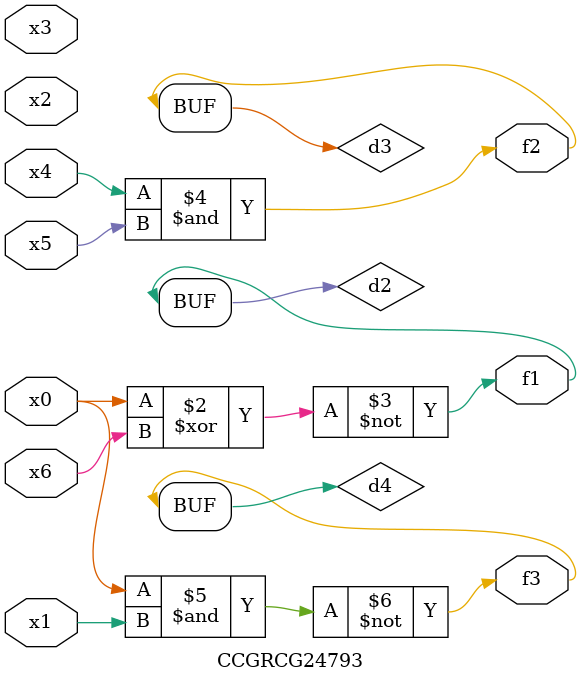
<source format=v>
module CCGRCG24793(
	input x0, x1, x2, x3, x4, x5, x6,
	output f1, f2, f3
);

	wire d1, d2, d3, d4;

	nor (d1, x0);
	xnor (d2, x0, x6);
	and (d3, x4, x5);
	nand (d4, x0, x1);
	assign f1 = d2;
	assign f2 = d3;
	assign f3 = d4;
endmodule

</source>
